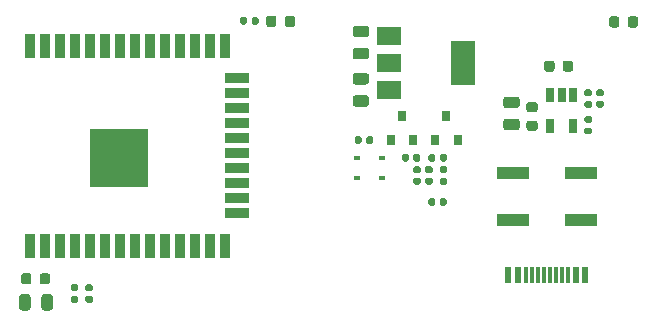
<source format=gtp>
G04 #@! TF.GenerationSoftware,KiCad,Pcbnew,(5.1.6)-1*
G04 #@! TF.CreationDate,2020-09-05T22:14:21+08:00*
G04 #@! TF.ProjectId,epaper,65706170-6572-42e6-9b69-6361645f7063,rev?*
G04 #@! TF.SameCoordinates,Original*
G04 #@! TF.FileFunction,Paste,Top*
G04 #@! TF.FilePolarity,Positive*
%FSLAX46Y46*%
G04 Gerber Fmt 4.6, Leading zero omitted, Abs format (unit mm)*
G04 Created by KiCad (PCBNEW (5.1.6)-1) date 2020-09-05 22:14:21*
%MOMM*%
%LPD*%
G01*
G04 APERTURE LIST*
%ADD10R,0.600000X0.450000*%
%ADD11R,0.650000X1.220000*%
%ADD12R,2.000000X1.500000*%
%ADD13R,2.000000X3.800000*%
%ADD14R,0.900000X2.000000*%
%ADD15R,2.000000X0.900000*%
%ADD16R,5.000000X5.000000*%
%ADD17R,2.800000X1.000000*%
%ADD18R,0.800000X0.900000*%
%ADD19R,0.300000X1.450000*%
%ADD20R,0.600000X1.450000*%
G04 APERTURE END LIST*
D10*
X105450000Y-104700000D03*
X107550000Y-104700000D03*
D11*
X123700000Y-100310000D03*
X121800000Y-100310000D03*
X121800000Y-97690000D03*
X122750000Y-97690000D03*
X123700000Y-97690000D03*
D12*
X108100000Y-92700000D03*
X108100000Y-97300000D03*
X108100000Y-95000000D03*
D13*
X114400000Y-95000000D03*
D14*
X77745000Y-93500000D03*
X79015000Y-93500000D03*
X80285000Y-93500000D03*
X81555000Y-93500000D03*
X82825000Y-93500000D03*
X84095000Y-93500000D03*
X85365000Y-93500000D03*
X86635000Y-93500000D03*
X87905000Y-93500000D03*
X89175000Y-93500000D03*
X90445000Y-93500000D03*
X91715000Y-93500000D03*
X92985000Y-93500000D03*
X94255000Y-93500000D03*
D15*
X95255000Y-96285000D03*
X95255000Y-97555000D03*
X95255000Y-98825000D03*
X95255000Y-100095000D03*
X95255000Y-101365000D03*
X95255000Y-102635000D03*
X95255000Y-103905000D03*
X95255000Y-105175000D03*
X95255000Y-106445000D03*
X95255000Y-107715000D03*
D14*
X94255000Y-110500000D03*
X92985000Y-110500000D03*
X91715000Y-110500000D03*
X90445000Y-110500000D03*
X89175000Y-110500000D03*
X87905000Y-110500000D03*
X86635000Y-110500000D03*
X85365000Y-110500000D03*
X84095000Y-110500000D03*
X82825000Y-110500000D03*
X81555000Y-110500000D03*
X80285000Y-110500000D03*
X79015000Y-110500000D03*
X77745000Y-110500000D03*
D16*
X85245000Y-103000000D03*
D17*
X118600000Y-104250000D03*
X124400000Y-104250000D03*
X118600000Y-108250000D03*
X124400000Y-108250000D03*
G36*
G01*
X124827500Y-100440000D02*
X125172500Y-100440000D01*
G75*
G02*
X125320000Y-100587500I0J-147500D01*
G01*
X125320000Y-100882500D01*
G75*
G02*
X125172500Y-101030000I-147500J0D01*
G01*
X124827500Y-101030000D01*
G75*
G02*
X124680000Y-100882500I0J147500D01*
G01*
X124680000Y-100587500D01*
G75*
G02*
X124827500Y-100440000I147500J0D01*
G01*
G37*
G36*
G01*
X124827500Y-99470000D02*
X125172500Y-99470000D01*
G75*
G02*
X125320000Y-99617500I0J-147500D01*
G01*
X125320000Y-99912500D01*
G75*
G02*
X125172500Y-100060000I-147500J0D01*
G01*
X124827500Y-100060000D01*
G75*
G02*
X124680000Y-99912500I0J147500D01*
G01*
X124680000Y-99617500D01*
G75*
G02*
X124827500Y-99470000I147500J0D01*
G01*
G37*
G36*
G01*
X125827500Y-98190000D02*
X126172500Y-98190000D01*
G75*
G02*
X126320000Y-98337500I0J-147500D01*
G01*
X126320000Y-98632500D01*
G75*
G02*
X126172500Y-98780000I-147500J0D01*
G01*
X125827500Y-98780000D01*
G75*
G02*
X125680000Y-98632500I0J147500D01*
G01*
X125680000Y-98337500D01*
G75*
G02*
X125827500Y-98190000I147500J0D01*
G01*
G37*
G36*
G01*
X125827500Y-97220000D02*
X126172500Y-97220000D01*
G75*
G02*
X126320000Y-97367500I0J-147500D01*
G01*
X126320000Y-97662500D01*
G75*
G02*
X126172500Y-97810000I-147500J0D01*
G01*
X125827500Y-97810000D01*
G75*
G02*
X125680000Y-97662500I0J147500D01*
G01*
X125680000Y-97367500D01*
G75*
G02*
X125827500Y-97220000I147500J0D01*
G01*
G37*
G36*
G01*
X124827500Y-98190000D02*
X125172500Y-98190000D01*
G75*
G02*
X125320000Y-98337500I0J-147500D01*
G01*
X125320000Y-98632500D01*
G75*
G02*
X125172500Y-98780000I-147500J0D01*
G01*
X124827500Y-98780000D01*
G75*
G02*
X124680000Y-98632500I0J147500D01*
G01*
X124680000Y-98337500D01*
G75*
G02*
X124827500Y-98190000I147500J0D01*
G01*
G37*
G36*
G01*
X124827500Y-97220000D02*
X125172500Y-97220000D01*
G75*
G02*
X125320000Y-97367500I0J-147500D01*
G01*
X125320000Y-97662500D01*
G75*
G02*
X125172500Y-97810000I-147500J0D01*
G01*
X124827500Y-97810000D01*
G75*
G02*
X124680000Y-97662500I0J147500D01*
G01*
X124680000Y-97367500D01*
G75*
G02*
X124827500Y-97220000I147500J0D01*
G01*
G37*
G36*
G01*
X110327500Y-104690000D02*
X110672500Y-104690000D01*
G75*
G02*
X110820000Y-104837500I0J-147500D01*
G01*
X110820000Y-105132500D01*
G75*
G02*
X110672500Y-105280000I-147500J0D01*
G01*
X110327500Y-105280000D01*
G75*
G02*
X110180000Y-105132500I0J147500D01*
G01*
X110180000Y-104837500D01*
G75*
G02*
X110327500Y-104690000I147500J0D01*
G01*
G37*
G36*
G01*
X110327500Y-103720000D02*
X110672500Y-103720000D01*
G75*
G02*
X110820000Y-103867500I0J-147500D01*
G01*
X110820000Y-104162500D01*
G75*
G02*
X110672500Y-104310000I-147500J0D01*
G01*
X110327500Y-104310000D01*
G75*
G02*
X110180000Y-104162500I0J147500D01*
G01*
X110180000Y-103867500D01*
G75*
G02*
X110327500Y-103720000I147500J0D01*
G01*
G37*
G36*
G01*
X112922500Y-104310000D02*
X112577500Y-104310000D01*
G75*
G02*
X112430000Y-104162500I0J147500D01*
G01*
X112430000Y-103867500D01*
G75*
G02*
X112577500Y-103720000I147500J0D01*
G01*
X112922500Y-103720000D01*
G75*
G02*
X113070000Y-103867500I0J-147500D01*
G01*
X113070000Y-104162500D01*
G75*
G02*
X112922500Y-104310000I-147500J0D01*
G01*
G37*
G36*
G01*
X112922500Y-105280000D02*
X112577500Y-105280000D01*
G75*
G02*
X112430000Y-105132500I0J147500D01*
G01*
X112430000Y-104837500D01*
G75*
G02*
X112577500Y-104690000I147500J0D01*
G01*
X112922500Y-104690000D01*
G75*
G02*
X113070000Y-104837500I0J-147500D01*
G01*
X113070000Y-105132500D01*
G75*
G02*
X112922500Y-105280000I-147500J0D01*
G01*
G37*
G36*
G01*
X112060000Y-102827500D02*
X112060000Y-103172500D01*
G75*
G02*
X111912500Y-103320000I-147500J0D01*
G01*
X111617500Y-103320000D01*
G75*
G02*
X111470000Y-103172500I0J147500D01*
G01*
X111470000Y-102827500D01*
G75*
G02*
X111617500Y-102680000I147500J0D01*
G01*
X111912500Y-102680000D01*
G75*
G02*
X112060000Y-102827500I0J-147500D01*
G01*
G37*
G36*
G01*
X113030000Y-102827500D02*
X113030000Y-103172500D01*
G75*
G02*
X112882500Y-103320000I-147500J0D01*
G01*
X112587500Y-103320000D01*
G75*
G02*
X112440000Y-103172500I0J147500D01*
G01*
X112440000Y-102827500D01*
G75*
G02*
X112587500Y-102680000I147500J0D01*
G01*
X112882500Y-102680000D01*
G75*
G02*
X113030000Y-102827500I0J-147500D01*
G01*
G37*
G36*
G01*
X112440000Y-106922500D02*
X112440000Y-106577500D01*
G75*
G02*
X112587500Y-106430000I147500J0D01*
G01*
X112882500Y-106430000D01*
G75*
G02*
X113030000Y-106577500I0J-147500D01*
G01*
X113030000Y-106922500D01*
G75*
G02*
X112882500Y-107070000I-147500J0D01*
G01*
X112587500Y-107070000D01*
G75*
G02*
X112440000Y-106922500I0J147500D01*
G01*
G37*
G36*
G01*
X111470000Y-106922500D02*
X111470000Y-106577500D01*
G75*
G02*
X111617500Y-106430000I147500J0D01*
G01*
X111912500Y-106430000D01*
G75*
G02*
X112060000Y-106577500I0J-147500D01*
G01*
X112060000Y-106922500D01*
G75*
G02*
X111912500Y-107070000I-147500J0D01*
G01*
X111617500Y-107070000D01*
G75*
G02*
X111470000Y-106922500I0J147500D01*
G01*
G37*
G36*
G01*
X109810000Y-102827500D02*
X109810000Y-103172500D01*
G75*
G02*
X109662500Y-103320000I-147500J0D01*
G01*
X109367500Y-103320000D01*
G75*
G02*
X109220000Y-103172500I0J147500D01*
G01*
X109220000Y-102827500D01*
G75*
G02*
X109367500Y-102680000I147500J0D01*
G01*
X109662500Y-102680000D01*
G75*
G02*
X109810000Y-102827500I0J-147500D01*
G01*
G37*
G36*
G01*
X110780000Y-102827500D02*
X110780000Y-103172500D01*
G75*
G02*
X110632500Y-103320000I-147500J0D01*
G01*
X110337500Y-103320000D01*
G75*
G02*
X110190000Y-103172500I0J147500D01*
G01*
X110190000Y-102827500D01*
G75*
G02*
X110337500Y-102680000I147500J0D01*
G01*
X110632500Y-102680000D01*
G75*
G02*
X110780000Y-102827500I0J-147500D01*
G01*
G37*
G36*
G01*
X105810000Y-101327500D02*
X105810000Y-101672500D01*
G75*
G02*
X105662500Y-101820000I-147500J0D01*
G01*
X105367500Y-101820000D01*
G75*
G02*
X105220000Y-101672500I0J147500D01*
G01*
X105220000Y-101327500D01*
G75*
G02*
X105367500Y-101180000I147500J0D01*
G01*
X105662500Y-101180000D01*
G75*
G02*
X105810000Y-101327500I0J-147500D01*
G01*
G37*
G36*
G01*
X106780000Y-101327500D02*
X106780000Y-101672500D01*
G75*
G02*
X106632500Y-101820000I-147500J0D01*
G01*
X106337500Y-101820000D01*
G75*
G02*
X106190000Y-101672500I0J147500D01*
G01*
X106190000Y-101327500D01*
G75*
G02*
X106337500Y-101180000I147500J0D01*
G01*
X106632500Y-101180000D01*
G75*
G02*
X106780000Y-101327500I0J-147500D01*
G01*
G37*
G36*
G01*
X96125000Y-91227500D02*
X96125000Y-91572500D01*
G75*
G02*
X95977500Y-91720000I-147500J0D01*
G01*
X95682500Y-91720000D01*
G75*
G02*
X95535000Y-91572500I0J147500D01*
G01*
X95535000Y-91227500D01*
G75*
G02*
X95682500Y-91080000I147500J0D01*
G01*
X95977500Y-91080000D01*
G75*
G02*
X96125000Y-91227500I0J-147500D01*
G01*
G37*
G36*
G01*
X97095000Y-91227500D02*
X97095000Y-91572500D01*
G75*
G02*
X96947500Y-91720000I-147500J0D01*
G01*
X96652500Y-91720000D01*
G75*
G02*
X96505000Y-91572500I0J147500D01*
G01*
X96505000Y-91227500D01*
G75*
G02*
X96652500Y-91080000I147500J0D01*
G01*
X96947500Y-91080000D01*
G75*
G02*
X97095000Y-91227500I0J-147500D01*
G01*
G37*
G36*
G01*
X81672500Y-114310000D02*
X81327500Y-114310000D01*
G75*
G02*
X81180000Y-114162500I0J147500D01*
G01*
X81180000Y-113867500D01*
G75*
G02*
X81327500Y-113720000I147500J0D01*
G01*
X81672500Y-113720000D01*
G75*
G02*
X81820000Y-113867500I0J-147500D01*
G01*
X81820000Y-114162500D01*
G75*
G02*
X81672500Y-114310000I-147500J0D01*
G01*
G37*
G36*
G01*
X81672500Y-115280000D02*
X81327500Y-115280000D01*
G75*
G02*
X81180000Y-115132500I0J147500D01*
G01*
X81180000Y-114837500D01*
G75*
G02*
X81327500Y-114690000I147500J0D01*
G01*
X81672500Y-114690000D01*
G75*
G02*
X81820000Y-114837500I0J-147500D01*
G01*
X81820000Y-115132500D01*
G75*
G02*
X81672500Y-115280000I-147500J0D01*
G01*
G37*
D18*
X113000000Y-99500000D03*
X113950000Y-101500000D03*
X112050000Y-101500000D03*
X109250000Y-99500000D03*
X110200000Y-101500000D03*
X108300000Y-101500000D03*
D19*
X121250000Y-112955000D03*
X123250000Y-112955000D03*
X122750000Y-112955000D03*
X122250000Y-112955000D03*
X121750000Y-112955000D03*
X120750000Y-112955000D03*
X120250000Y-112955000D03*
X119750000Y-112955000D03*
D20*
X124750000Y-112955000D03*
X123950000Y-112955000D03*
X119050000Y-112955000D03*
X118250000Y-112955000D03*
X118250000Y-112955000D03*
X119050000Y-112955000D03*
X123950000Y-112955000D03*
X124750000Y-112955000D03*
G36*
G01*
X128350000Y-91756250D02*
X128350000Y-91243750D01*
G75*
G02*
X128568750Y-91025000I218750J0D01*
G01*
X129006250Y-91025000D01*
G75*
G02*
X129225000Y-91243750I0J-218750D01*
G01*
X129225000Y-91756250D01*
G75*
G02*
X129006250Y-91975000I-218750J0D01*
G01*
X128568750Y-91975000D01*
G75*
G02*
X128350000Y-91756250I0J218750D01*
G01*
G37*
G36*
G01*
X126775000Y-91756250D02*
X126775000Y-91243750D01*
G75*
G02*
X126993750Y-91025000I218750J0D01*
G01*
X127431250Y-91025000D01*
G75*
G02*
X127650000Y-91243750I0J-218750D01*
G01*
X127650000Y-91756250D01*
G75*
G02*
X127431250Y-91975000I-218750J0D01*
G01*
X126993750Y-91975000D01*
G75*
G02*
X126775000Y-91756250I0J218750D01*
G01*
G37*
D10*
X105450000Y-103000000D03*
X107550000Y-103000000D03*
G36*
G01*
X98604999Y-91198749D02*
X98604999Y-91711249D01*
G75*
G02*
X98386249Y-91929999I-218750J0D01*
G01*
X97948749Y-91929999D01*
G75*
G02*
X97729999Y-91711249I0J218750D01*
G01*
X97729999Y-91198749D01*
G75*
G02*
X97948749Y-90979999I218750J0D01*
G01*
X98386249Y-90979999D01*
G75*
G02*
X98604999Y-91198749I0J-218750D01*
G01*
G37*
G36*
G01*
X100179999Y-91198749D02*
X100179999Y-91711249D01*
G75*
G02*
X99961249Y-91929999I-218750J0D01*
G01*
X99523749Y-91929999D01*
G75*
G02*
X99304999Y-91711249I0J218750D01*
G01*
X99304999Y-91198749D01*
G75*
G02*
X99523749Y-90979999I218750J0D01*
G01*
X99961249Y-90979999D01*
G75*
G02*
X100179999Y-91198749I0J-218750D01*
G01*
G37*
G36*
G01*
X122850000Y-95506250D02*
X122850000Y-94993750D01*
G75*
G02*
X123068750Y-94775000I218750J0D01*
G01*
X123506250Y-94775000D01*
G75*
G02*
X123725000Y-94993750I0J-218750D01*
G01*
X123725000Y-95506250D01*
G75*
G02*
X123506250Y-95725000I-218750J0D01*
G01*
X123068750Y-95725000D01*
G75*
G02*
X122850000Y-95506250I0J218750D01*
G01*
G37*
G36*
G01*
X121275000Y-95506250D02*
X121275000Y-94993750D01*
G75*
G02*
X121493750Y-94775000I218750J0D01*
G01*
X121931250Y-94775000D01*
G75*
G02*
X122150000Y-94993750I0J-218750D01*
G01*
X122150000Y-95506250D01*
G75*
G02*
X121931250Y-95725000I-218750J0D01*
G01*
X121493750Y-95725000D01*
G75*
G02*
X121275000Y-95506250I0J218750D01*
G01*
G37*
G36*
G01*
X106206250Y-92800000D02*
X105293750Y-92800000D01*
G75*
G02*
X105050000Y-92556250I0J243750D01*
G01*
X105050000Y-92068750D01*
G75*
G02*
X105293750Y-91825000I243750J0D01*
G01*
X106206250Y-91825000D01*
G75*
G02*
X106450000Y-92068750I0J-243750D01*
G01*
X106450000Y-92556250D01*
G75*
G02*
X106206250Y-92800000I-243750J0D01*
G01*
G37*
G36*
G01*
X106206250Y-94675000D02*
X105293750Y-94675000D01*
G75*
G02*
X105050000Y-94431250I0J243750D01*
G01*
X105050000Y-93943750D01*
G75*
G02*
X105293750Y-93700000I243750J0D01*
G01*
X106206250Y-93700000D01*
G75*
G02*
X106450000Y-93943750I0J-243750D01*
G01*
X106450000Y-94431250D01*
G75*
G02*
X106206250Y-94675000I-243750J0D01*
G01*
G37*
G36*
G01*
X118043750Y-99700000D02*
X118956250Y-99700000D01*
G75*
G02*
X119200000Y-99943750I0J-243750D01*
G01*
X119200000Y-100431250D01*
G75*
G02*
X118956250Y-100675000I-243750J0D01*
G01*
X118043750Y-100675000D01*
G75*
G02*
X117800000Y-100431250I0J243750D01*
G01*
X117800000Y-99943750D01*
G75*
G02*
X118043750Y-99700000I243750J0D01*
G01*
G37*
G36*
G01*
X118043750Y-97825000D02*
X118956250Y-97825000D01*
G75*
G02*
X119200000Y-98068750I0J-243750D01*
G01*
X119200000Y-98556250D01*
G75*
G02*
X118956250Y-98800000I-243750J0D01*
G01*
X118043750Y-98800000D01*
G75*
G02*
X117800000Y-98556250I0J243750D01*
G01*
X117800000Y-98068750D01*
G75*
G02*
X118043750Y-97825000I243750J0D01*
G01*
G37*
G36*
G01*
X119993750Y-99850000D02*
X120506250Y-99850000D01*
G75*
G02*
X120725000Y-100068750I0J-218750D01*
G01*
X120725000Y-100506250D01*
G75*
G02*
X120506250Y-100725000I-218750J0D01*
G01*
X119993750Y-100725000D01*
G75*
G02*
X119775000Y-100506250I0J218750D01*
G01*
X119775000Y-100068750D01*
G75*
G02*
X119993750Y-99850000I218750J0D01*
G01*
G37*
G36*
G01*
X119993750Y-98275000D02*
X120506250Y-98275000D01*
G75*
G02*
X120725000Y-98493750I0J-218750D01*
G01*
X120725000Y-98931250D01*
G75*
G02*
X120506250Y-99150000I-218750J0D01*
G01*
X119993750Y-99150000D01*
G75*
G02*
X119775000Y-98931250I0J218750D01*
G01*
X119775000Y-98493750D01*
G75*
G02*
X119993750Y-98275000I218750J0D01*
G01*
G37*
G36*
G01*
X105293750Y-97700000D02*
X106206250Y-97700000D01*
G75*
G02*
X106450000Y-97943750I0J-243750D01*
G01*
X106450000Y-98431250D01*
G75*
G02*
X106206250Y-98675000I-243750J0D01*
G01*
X105293750Y-98675000D01*
G75*
G02*
X105050000Y-98431250I0J243750D01*
G01*
X105050000Y-97943750D01*
G75*
G02*
X105293750Y-97700000I243750J0D01*
G01*
G37*
G36*
G01*
X105293750Y-95825000D02*
X106206250Y-95825000D01*
G75*
G02*
X106450000Y-96068750I0J-243750D01*
G01*
X106450000Y-96556250D01*
G75*
G02*
X106206250Y-96800000I-243750J0D01*
G01*
X105293750Y-96800000D01*
G75*
G02*
X105050000Y-96556250I0J243750D01*
G01*
X105050000Y-96068750D01*
G75*
G02*
X105293750Y-95825000I243750J0D01*
G01*
G37*
G36*
G01*
X111672500Y-104310000D02*
X111327500Y-104310000D01*
G75*
G02*
X111180000Y-104162500I0J147500D01*
G01*
X111180000Y-103867500D01*
G75*
G02*
X111327500Y-103720000I147500J0D01*
G01*
X111672500Y-103720000D01*
G75*
G02*
X111820000Y-103867500I0J-147500D01*
G01*
X111820000Y-104162500D01*
G75*
G02*
X111672500Y-104310000I-147500J0D01*
G01*
G37*
G36*
G01*
X111672500Y-105280000D02*
X111327500Y-105280000D01*
G75*
G02*
X111180000Y-105132500I0J147500D01*
G01*
X111180000Y-104837500D01*
G75*
G02*
X111327500Y-104690000I147500J0D01*
G01*
X111672500Y-104690000D01*
G75*
G02*
X111820000Y-104837500I0J-147500D01*
G01*
X111820000Y-105132500D01*
G75*
G02*
X111672500Y-105280000I-147500J0D01*
G01*
G37*
G36*
G01*
X77800000Y-114793750D02*
X77800000Y-115706250D01*
G75*
G02*
X77556250Y-115950000I-243750J0D01*
G01*
X77068750Y-115950000D01*
G75*
G02*
X76825000Y-115706250I0J243750D01*
G01*
X76825000Y-114793750D01*
G75*
G02*
X77068750Y-114550000I243750J0D01*
G01*
X77556250Y-114550000D01*
G75*
G02*
X77800000Y-114793750I0J-243750D01*
G01*
G37*
G36*
G01*
X79675000Y-114793750D02*
X79675000Y-115706250D01*
G75*
G02*
X79431250Y-115950000I-243750J0D01*
G01*
X78943750Y-115950000D01*
G75*
G02*
X78700000Y-115706250I0J243750D01*
G01*
X78700000Y-114793750D01*
G75*
G02*
X78943750Y-114550000I243750J0D01*
G01*
X79431250Y-114550000D01*
G75*
G02*
X79675000Y-114793750I0J-243750D01*
G01*
G37*
G36*
G01*
X77862500Y-112993750D02*
X77862500Y-113506250D01*
G75*
G02*
X77643750Y-113725000I-218750J0D01*
G01*
X77206250Y-113725000D01*
G75*
G02*
X76987500Y-113506250I0J218750D01*
G01*
X76987500Y-112993750D01*
G75*
G02*
X77206250Y-112775000I218750J0D01*
G01*
X77643750Y-112775000D01*
G75*
G02*
X77862500Y-112993750I0J-218750D01*
G01*
G37*
G36*
G01*
X79437500Y-112993750D02*
X79437500Y-113506250D01*
G75*
G02*
X79218750Y-113725000I-218750J0D01*
G01*
X78781250Y-113725000D01*
G75*
G02*
X78562500Y-113506250I0J218750D01*
G01*
X78562500Y-112993750D01*
G75*
G02*
X78781250Y-112775000I218750J0D01*
G01*
X79218750Y-112775000D01*
G75*
G02*
X79437500Y-112993750I0J-218750D01*
G01*
G37*
G36*
G01*
X82577500Y-114690000D02*
X82922500Y-114690000D01*
G75*
G02*
X83070000Y-114837500I0J-147500D01*
G01*
X83070000Y-115132500D01*
G75*
G02*
X82922500Y-115280000I-147500J0D01*
G01*
X82577500Y-115280000D01*
G75*
G02*
X82430000Y-115132500I0J147500D01*
G01*
X82430000Y-114837500D01*
G75*
G02*
X82577500Y-114690000I147500J0D01*
G01*
G37*
G36*
G01*
X82577500Y-113720000D02*
X82922500Y-113720000D01*
G75*
G02*
X83070000Y-113867500I0J-147500D01*
G01*
X83070000Y-114162500D01*
G75*
G02*
X82922500Y-114310000I-147500J0D01*
G01*
X82577500Y-114310000D01*
G75*
G02*
X82430000Y-114162500I0J147500D01*
G01*
X82430000Y-113867500D01*
G75*
G02*
X82577500Y-113720000I147500J0D01*
G01*
G37*
M02*

</source>
